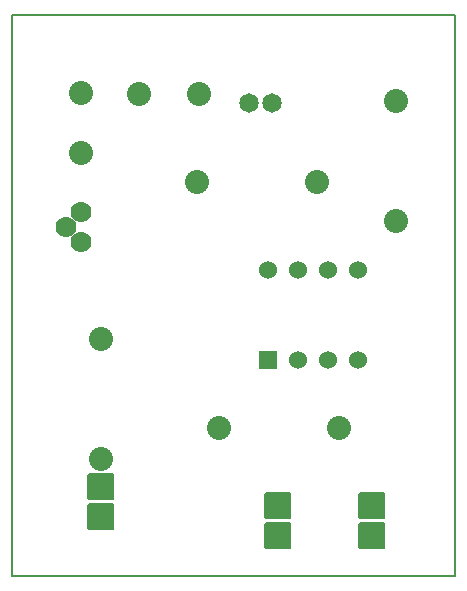
<source format=gbr>
G04 PROTEUS RS274X GERBER FILE*
%FSLAX45Y45*%
%MOMM*%
G01*
%AMPPAD009*
4,1,36,
-0.635000,0.762000,
0.635000,0.762000,
0.660970,0.759470,
0.684980,0.752200,
0.706580,0.740650,
0.725290,0.725290,
0.740650,0.706570,
0.752200,0.684980,
0.759470,0.660970,
0.762000,0.635000,
0.762000,-0.635000,
0.759470,-0.660970,
0.752200,-0.684980,
0.740650,-0.706570,
0.725290,-0.725290,
0.706580,-0.740650,
0.684980,-0.752200,
0.660970,-0.759470,
0.635000,-0.762000,
-0.635000,-0.762000,
-0.660970,-0.759470,
-0.684980,-0.752200,
-0.706580,-0.740650,
-0.725290,-0.725290,
-0.740650,-0.706570,
-0.752200,-0.684980,
-0.759470,-0.660970,
-0.762000,-0.635000,
-0.762000,0.635000,
-0.759470,0.660970,
-0.752200,0.684980,
-0.740650,0.706570,
-0.725290,0.725290,
-0.706580,0.740650,
-0.684980,0.752200,
-0.660970,0.759470,
-0.635000,0.762000,
0*%
%ADD19PPAD009*%
%ADD17C,1.524000*%
%ADD70C,2.032000*%
%ADD71C,1.651000*%
%AMPPAD012*
4,1,36,
1.143000,1.016000,
1.143000,-1.016000,
1.140470,-1.041970,
1.133200,-1.065980,
1.121650,-1.087580,
1.106290,-1.106290,
1.087570,-1.121650,
1.065980,-1.133200,
1.041970,-1.140470,
1.016000,-1.143000,
-1.016000,-1.143000,
-1.041970,-1.140470,
-1.065980,-1.133200,
-1.087570,-1.121650,
-1.106290,-1.106290,
-1.121650,-1.087580,
-1.133200,-1.065980,
-1.140470,-1.041970,
-1.143000,-1.016000,
-1.143000,1.016000,
-1.140470,1.041970,
-1.133200,1.065980,
-1.121650,1.087580,
-1.106290,1.106290,
-1.087570,1.121650,
-1.065980,1.133200,
-1.041970,1.140470,
-1.016000,1.143000,
1.016000,1.143000,
1.041970,1.140470,
1.065980,1.133200,
1.087570,1.121650,
1.106290,1.106290,
1.121650,1.087580,
1.133200,1.065980,
1.140470,1.041970,
1.143000,1.016000,
0*%
%ADD20PPAD012*%
%ADD13C,1.778000*%
%ADD18C,0.203200*%
D19*
X+2166500Y+1829500D03*
D17*
X+2420500Y+1829500D03*
X+2674500Y+1829500D03*
X+2928500Y+1829500D03*
X+2928500Y+2591500D03*
X+2674500Y+2591500D03*
X+2420500Y+2591500D03*
X+2166500Y+2591500D03*
D70*
X+3250000Y+4016000D03*
X+3250000Y+3000000D03*
X+1563500Y+3329500D03*
X+2579500Y+3329500D03*
X+1071500Y+4079500D03*
X+1579500Y+4079500D03*
X+579500Y+3579500D03*
X+579500Y+4087500D03*
D71*
X+2200000Y+4000000D03*
X+2000000Y+4000000D03*
D20*
X+3045000Y+587500D03*
X+3045000Y+333500D03*
X+2250000Y+333500D03*
X+2250000Y+587500D03*
X+750000Y+496000D03*
X+750000Y+750000D03*
D70*
X+750000Y+2000000D03*
X+750000Y+984000D03*
D13*
X+579500Y+2829500D03*
X+452500Y+2956500D03*
X+579500Y+3083500D03*
D70*
X+2766000Y+1250000D03*
X+1750000Y+1250000D03*
D18*
X+0Y+0D02*
X+3750000Y+0D01*
X+3750000Y+4750000D01*
X+0Y+4750000D01*
X+0Y+0D01*
M02*

</source>
